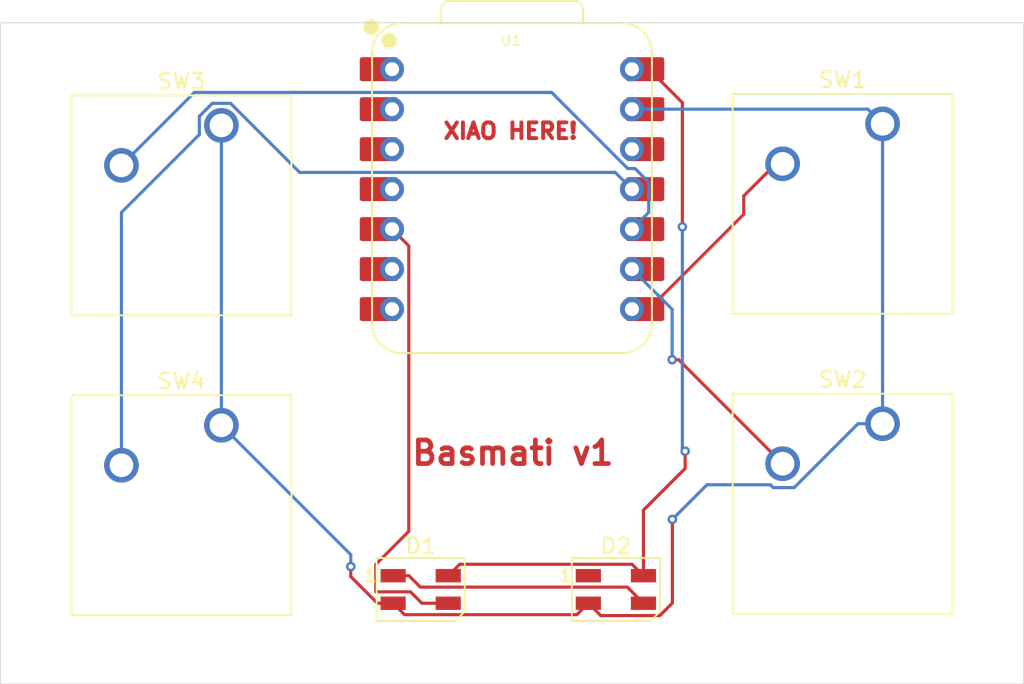
<source format=kicad_pcb>
(kicad_pcb (version 20241229) (generator "pcbnew") (generator_version "9.0")
  (layers (0 "F.Cu" signal) (2 "B.Cu" signal) (13 "F.Paste" user) (15 "B.Paste" user) (5 "F.SilkS" user "F.Silkscreen") (7 "B.SilkS" user "B.Silkscreen") (1 "F.Mask" user) (3 "B.Mask" user) (25 "Edge.Cuts" user))
  (net 0 "")
  (net 1 "GND")
  (net 2 "+5V")
  (net 3 "Net-(D1-DIN)")
  (net 4 "Net-(D1-DOUT)")
  (net 6 "Net-(U1-GPIO3{slash}MOSI)")
  (net 7 "Net-(U1-GPIO1{slash}RX)")
  (net 8 "Net-(U1-GPIO2{slash}SCK)")
  (net 9 "Net-(U1-GPIO4{slash}MISO)")
  (footprint "LED_SMD:LED_SK6812MINI_PLCC4_3.5x3.5mm_P1.75mm" (layer "F.Cu") (at 166.272 125.09575)
    (property "Reference" "D2" (at 0 -2.75 0) (layer "F.SilkS"))
    (property "Value" "SK6812MINI")
    (fp_line (start -2.8 -2) (end -2.8 2) (stroke (width 0.12)) (layer "F.SilkS"))
    (fp_line (start -2.8 -2) (end 2.8 -2) (stroke (width 0.12)) (layer "F.SilkS"))
    (fp_line (start -2.8 2) (end 2.2 2) (stroke (width 0.12)) (layer "F.SilkS"))
    (fp_line (start 2.8 1.4) (end 2.2 2) (stroke (width 0.12)) (layer "F.SilkS"))
    (fp_line (start 2.8 1.4) (end 2.8 -2) (stroke (width 0.12)) (layer "F.SilkS"))
    (fp_text user "1" (at -3.2 -0.875 0) (layer "F.SilkS") (effects (font (size 0.8 0.8))))
    (pad "1" smd rect (at -1.75 -0.875) (size 1.6 0.85) (layers "F.Cu" "F.Mask" "F.Paste"))
    (pad "2" smd rect (at -1.75 0.875) (size 1.6 0.85) (layers "F.Cu" "F.Mask" "F.Paste") (net 1 "GND"))
    (pad "3" smd rect (at 1.75 0.875) (size 1.6 0.85) (layers "F.Cu" "F.Mask" "F.Paste") (net 4 "Net-(D1-DOUT)"))
    (pad "4" smd rect (at 1.75 -0.875) (size 1.6 0.85) (layers "F.Cu" "F.Mask" "F.Paste") (net 2 "+5V"))
  )
  (footprint "OPL:XIAO-RP2040-DIP" (layer "F.Cu") (at 159.672 99.66425)
    (property "Reference" "U1" (at -0.062 -9.44425 0) (layer "F.SilkS") (effects (font (size 0.635 0.635) (thickness 0.1016))))
    (property "Value" "XIAO-RP2040-DIP")
    (fp_line (start -8.89 8.509) (end -8.89 -8.636) (stroke (width 0.127)) (layer "F.SilkS"))
    (fp_line (start -6.985 10.414) (end 6.985 10.414) (stroke (width 0.127)) (layer "F.SilkS"))
    (fp_line (start -4.495 -10.541) (end -4.491272 -11.451272) (stroke (width 0.127)) (layer "F.SilkS"))
    (fp_line (start -3.991272 -11.951) (end 4.004 -11.951) (stroke (width 0.127)) (layer "F.SilkS"))
    (fp_line (start 4.504 -11.451) (end 4.504 -10.541) (stroke (width 0.127)) (layer "F.SilkS"))
    (fp_line (start 6.985 -10.541) (end -6.985 -10.541) (stroke (width 0.1)) (layer "F.SilkS"))
    (fp_line (start 6.985 -10.541) (end -6.985 -10.541) (stroke (width 0.127)) (layer "F.SilkS"))
    (fp_line (start 8.89 8.509) (end 8.89 -8.636) (stroke (width 0.127)) (layer "F.SilkS"))
    (fp_arc (start -8.89 -8.636) (mid -8.332038 -9.983038) (end -6.985 -10.541) (stroke (width 0.127)) (layer "F.SilkS"))
    (fp_arc (start -6.985 10.414) (mid -8.332038 9.856038) (end -8.89 8.509) (stroke (width 0.127)) (layer "F.SilkS"))
    (fp_arc (start -4.491272 -11.451272) (mid -4.344724 -11.804644) (end -3.991272 -11.951) (stroke (width 0.127)) (layer "F.SilkS"))
    (fp_arc (start 4.004 -11.951) (mid 4.357553 -11.804553) (end 4.504 -11.451) (stroke (width 0.127)) (layer "F.SilkS"))
    (fp_arc (start 6.985 -10.541) (mid 8.332038 -9.983038) (end 8.89 -8.636) (stroke (width 0.127)) (layer "F.SilkS"))
    (fp_arc (start 8.89 8.509) (mid 8.332038 9.856038) (end 6.985 10.414) (stroke (width 0.127)) (layer "F.SilkS"))
    (fp_circle (center -8.95 -10.3) (end -8.95 -10.554) (stroke (width 0.5)) (fill yes) (layer "F.SilkS"))
    (fp_circle (center -7.807 -9.42) (end -7.807 -9.674) (stroke (width 0.5)) (fill yes) (layer "F.SilkS"))
    (pad "1" smd roundrect (at -8.455 -7.62 180) (size 2.432 1.524) (layers "F.Cu" "F.Mask") (roundrect_rratio 0.1))
    (pad "1" thru_hole circle (at -7.62 -7.62 180) (size 1.524 1.524) (drill 0.889) (layers "*.Cu" "*.Mask"))
    (pad "2" smd roundrect (at -8.455 -5.08 180) (size 2.432 1.524) (layers "F.Cu" "F.Mask") (roundrect_rratio 0.1))
    (pad "2" thru_hole circle (at -7.62 -5.08 180) (size 1.524 1.524) (drill 0.889) (layers "*.Cu" "*.Mask"))
    (pad "3" smd roundrect (at -8.455 -2.54 180) (size 2.432 1.524) (layers "F.Cu" "F.Mask") (roundrect_rratio 0.1))
    (pad "3" thru_hole circle (at -7.62 -2.54 180) (size 1.524 1.524) (drill 0.889) (layers "*.Cu" "*.Mask"))
    (pad "4" smd roundrect (at -8.455 0 180) (size 2.432 1.524) (layers "F.Cu" "F.Mask") (roundrect_rratio 0.1))
    (pad "4" thru_hole circle (at -7.62 0 180) (size 1.524 1.524) (drill 0.889) (layers "*.Cu" "*.Mask"))
    (pad "5" smd roundrect (at -8.455 2.54 180) (size 2.432 1.524) (layers "F.Cu" "F.Mask") (roundrect_rratio 0.1) (net 3 "Net-(D1-DIN)"))
    (pad "5" thru_hole circle (at -7.62 2.54 180) (size 1.524 1.524) (drill 0.889) (layers "*.Cu" "*.Mask") (net 3 "Net-(D1-DIN)"))
    (pad "6" smd roundrect (at -8.455 5.08 180) (size 2.432 1.524) (layers "F.Cu" "F.Mask") (roundrect_rratio 0.1))
    (pad "6" thru_hole circle (at -7.62 5.08 180) (size 1.524 1.524) (drill 0.889) (layers "*.Cu" "*.Mask"))
    (pad "7" smd roundrect (at -8.455 7.62 180) (size 2.432 1.524) (layers "F.Cu" "F.Mask") (roundrect_rratio 0.1))
    (pad "7" thru_hole circle (at -7.62 7.62 180) (size 1.524 1.524) (drill 0.889) (layers "*.Cu" "*.Mask"))
    (pad "8" thru_hole circle (at 7.62 7.62) (size 1.524 1.524) (drill 0.889) (layers "*.Cu" "*.Mask") (net 7 "Net-(U1-GPIO1{slash}RX)"))
    (pad "8" smd roundrect (at 8.455 7.62) (size 2.432 1.524) (layers "F.Cu" "F.Mask") (roundrect_rratio 0.1) (net 7 "Net-(U1-GPIO1{slash}RX)"))
    (pad "9" thru_hole circle (at 7.62 5.08) (size 1.524 1.524) (drill 0.889) (layers "*.Cu" "*.Mask") (net 8 "Net-(U1-GPIO2{slash}SCK)"))
    (pad "9" smd roundrect (at 8.455 5.08) (size 2.432 1.524) (layers "F.Cu" "F.Mask") (roundrect_rratio 0.1) (net 8 "Net-(U1-GPIO2{slash}SCK)"))
    (pad "10" thru_hole circle (at 7.62 2.54) (size 1.524 1.524) (drill 0.889) (layers "*.Cu" "*.Mask") (net 9 "Net-(U1-GPIO4{slash}MISO)"))
    (pad "10" smd roundrect (at 8.455 2.54) (size 2.432 1.524) (layers "F.Cu" "F.Mask") (roundrect_rratio 0.1) (net 9 "Net-(U1-GPIO4{slash}MISO)"))
    (pad "11" thru_hole circle (at 7.62 0) (size 1.524 1.524) (drill 0.889) (layers "*.Cu" "*.Mask") (net 6 "Net-(U1-GPIO3{slash}MOSI)"))
    (pad "11" smd roundrect (at 8.455 0) (size 2.432 1.524) (layers "F.Cu" "F.Mask") (roundrect_rratio 0.1) (net 6 "Net-(U1-GPIO3{slash}MOSI)"))
    (pad "12" thru_hole circle (at 7.62 -2.54) (size 1.524 1.524) (drill 0.889) (layers "*.Cu" "*.Mask"))
    (pad "12" smd roundrect (at 8.455 -2.54) (size 2.432 1.524) (layers "F.Cu" "F.Mask") (roundrect_rratio 0.1))
    (pad "13" thru_hole circle (at 7.62 -5.08) (size 1.524 1.524) (drill 0.889) (layers "*.Cu" "*.Mask") (net 1 "GND"))
    (pad "13" smd roundrect (at 8.455 -5.08) (size 2.432 1.524) (layers "F.Cu" "F.Mask") (roundrect_rratio 0.1) (net 1 "GND"))
    (pad "14" thru_hole circle (at 7.62 -7.62) (size 1.524 1.524) (drill 0.889) (layers "*.Cu" "*.Mask") (net 2 "+5V"))
    (pad "14" smd roundrect (at 8.455 -7.62) (size 2.432 1.524) (layers "F.Cu" "F.Mask") (roundrect_rratio 0.1) (net 2 "+5V"))
  )
  (footprint "Button_Switch_Keyboard:SW_Cherry_MX_1.00u_PCB" (layer "F.Cu") (at 183.212 95.51575)
    (property "Reference" "SW1" (at -2.54 -2.794 0) (layer "F.SilkS"))
    (property "Value" "SW_Push")
    (fp_line (start -9.525 -1.905) (end 4.445 -1.905) (stroke (width 0.12)) (layer "F.SilkS"))
    (fp_line (start -9.525 12.065) (end -9.525 -1.905) (stroke (width 0.12)) (layer "F.SilkS"))
    (fp_line (start 4.445 -1.905) (end 4.445 12.065) (stroke (width 0.12)) (layer "F.SilkS"))
    (fp_line (start 4.445 12.065) (end -9.525 12.065) (stroke (width 0.12)) (layer "F.SilkS"))
    (pad "" np_thru_hole circle (at -7.62 5.08) (size 1.7 1.7) (drill 1.7) (layers "*.Cu" "*.Mask"))
    (pad "" np_thru_hole circle (at -2.54 5.08) (size 4 4) (drill 4) (layers "*.Cu" "*.Mask"))
    (pad "" np_thru_hole circle (at 2.54 5.08) (size 1.7 1.7) (drill 1.7) (layers "*.Cu" "*.Mask"))
    (pad "1" thru_hole circle (at 0 0) (size 2.2 2.2) (drill 1.5) (layers "*.Cu" "*.Mask") (net 1 "GND"))
    (pad "2" thru_hole circle (at -6.35 2.54) (size 2.2 2.2) (drill 1.5) (layers "*.Cu" "*.Mask") (net 7 "Net-(U1-GPIO1{slash}RX)"))
  )
  (footprint "Button_Switch_Keyboard:SW_Cherry_MX_1.00u_PCB" (layer "F.Cu") (at 183.212 114.56575)
    (property "Reference" "SW2" (at -2.54 -2.794 0) (layer "F.SilkS"))
    (property "Value" "SW_Push")
    (fp_line (start -9.525 -1.905) (end 4.445 -1.905) (stroke (width 0.12)) (layer "F.SilkS"))
    (fp_line (start -9.525 12.065) (end -9.525 -1.905) (stroke (width 0.12)) (layer "F.SilkS"))
    (fp_line (start 4.445 -1.905) (end 4.445 12.065) (stroke (width 0.12)) (layer "F.SilkS"))
    (fp_line (start 4.445 12.065) (end -9.525 12.065) (stroke (width 0.12)) (layer "F.SilkS"))
    (pad "" np_thru_hole circle (at -7.62 5.08) (size 1.7 1.7) (drill 1.7) (layers "*.Cu" "*.Mask"))
    (pad "" np_thru_hole circle (at -2.54 5.08) (size 4 4) (drill 4) (layers "*.Cu" "*.Mask"))
    (pad "" np_thru_hole circle (at 2.54 5.08) (size 1.7 1.7) (drill 1.7) (layers "*.Cu" "*.Mask"))
    (pad "1" thru_hole circle (at 0 0) (size 2.2 2.2) (drill 1.5) (layers "*.Cu" "*.Mask") (net 1 "GND"))
    (pad "2" thru_hole circle (at -6.35 2.54) (size 2.2 2.2) (drill 1.5) (layers "*.Cu" "*.Mask") (net 8 "Net-(U1-GPIO2{slash}SCK)"))
  )
  (footprint "Button_Switch_Keyboard:SW_Cherry_MX_1.00u_PCB" (layer "F.Cu") (at 141.212 114.66575)
    (property "Reference" "SW4" (at -2.54 -2.794 0) (layer "F.SilkS"))
    (property "Value" "SW_Push")
    (fp_line (start -9.525 -1.905) (end 4.445 -1.905) (stroke (width 0.12)) (layer "F.SilkS"))
    (fp_line (start -9.525 12.065) (end -9.525 -1.905) (stroke (width 0.12)) (layer "F.SilkS"))
    (fp_line (start 4.445 -1.905) (end 4.445 12.065) (stroke (width 0.12)) (layer "F.SilkS"))
    (fp_line (start 4.445 12.065) (end -9.525 12.065) (stroke (width 0.12)) (layer "F.SilkS"))
    (pad "" np_thru_hole circle (at -7.62 5.08) (size 1.7 1.7) (drill 1.7) (layers "*.Cu" "*.Mask"))
    (pad "" np_thru_hole circle (at -2.54 5.08) (size 4 4) (drill 4) (layers "*.Cu" "*.Mask"))
    (pad "" np_thru_hole circle (at 2.54 5.08) (size 1.7 1.7) (drill 1.7) (layers "*.Cu" "*.Mask"))
    (pad "1" thru_hole circle (at 0 0) (size 2.2 2.2) (drill 1.5) (layers "*.Cu" "*.Mask") (net 1 "GND"))
    (pad "2" thru_hole circle (at -6.35 2.54) (size 2.2 2.2) (drill 1.5) (layers "*.Cu" "*.Mask") (net 6 "Net-(U1-GPIO3{slash}MOSI)"))
  )
  (footprint "LED_SMD:LED_SK6812MINI_PLCC4_3.5x3.5mm_P1.75mm" (layer "F.Cu") (at 153.872 125.09575)
    (property "Reference" "D1" (at 0 -2.75 0) (layer "F.SilkS"))
    (property "Value" "SK6812MINI")
    (fp_line (start -2.8 -2) (end -2.8 2) (stroke (width 0.12)) (layer "F.SilkS"))
    (fp_line (start -2.8 -2) (end 2.8 -2) (stroke (width 0.12)) (layer "F.SilkS"))
    (fp_line (start -2.8 2) (end 2.2 2) (stroke (width 0.12)) (layer "F.SilkS"))
    (fp_line (start 2.8 1.4) (end 2.2 2) (stroke (width 0.12)) (layer "F.SilkS"))
    (fp_line (start 2.8 1.4) (end 2.8 -2) (stroke (width 0.12)) (layer "F.SilkS"))
    (fp_text user "1" (at -3.2 -0.875 0) (layer "F.SilkS") (effects (font (size 0.8 0.8))))
    (pad "1" smd rect (at -1.75 -0.875) (size 1.6 0.85) (layers "F.Cu" "F.Mask" "F.Paste") (net 4 "Net-(D1-DOUT)"))
    (pad "2" smd rect (at -1.75 0.875) (size 1.6 0.85) (layers "F.Cu" "F.Mask" "F.Paste") (net 1 "GND"))
    (pad "3" smd rect (at 1.75 0.875) (size 1.6 0.85) (layers "F.Cu" "F.Mask" "F.Paste") (net 3 "Net-(D1-DIN)"))
    (pad "4" smd rect (at 1.75 -0.875) (size 1.6 0.85) (layers "F.Cu" "F.Mask" "F.Paste") (net 2 "+5V"))
  )
  (footprint "Button_Switch_Keyboard:SW_Cherry_MX_1.00u_PCB" (layer "F.Cu") (at 141.212 95.61575)
    (property "Reference" "SW3" (at -2.54 -2.794 0) (layer "F.SilkS"))
    (property "Value" "SW_Push")
    (fp_line (start -9.525 -1.905) (end 4.445 -1.905) (stroke (width 0.12)) (layer "F.SilkS"))
    (fp_line (start -9.525 12.065) (end -9.525 -1.905) (stroke (width 0.12)) (layer "F.SilkS"))
    (fp_line (start 4.445 -1.905) (end 4.445 12.065) (stroke (width 0.12)) (layer "F.SilkS"))
    (fp_line (start 4.445 12.065) (end -9.525 12.065) (stroke (width 0.12)) (layer "F.SilkS"))
    (pad "" np_thru_hole circle (at -7.62 5.08) (size 1.7 1.7) (drill 1.7) (layers "*.Cu" "*.Mask"))
    (pad "" np_thru_hole circle (at -2.54 5.08) (size 4 4) (drill 4) (layers "*.Cu" "*.Mask"))
    (pad "" np_thru_hole circle (at 2.54 5.08) (size 1.7 1.7) (drill 1.7) (layers "*.Cu" "*.Mask"))
    (pad "1" thru_hole circle (at 0 0) (size 2.2 2.2) (drill 1.5) (layers "*.Cu" "*.Mask") (net 1 "GND"))
    (pad "2" thru_hole circle (at -6.35 2.54) (size 2.2 2.2) (drill 1.5) (layers "*.Cu" "*.Mask") (net 9 "Net-(U1-GPIO4{slash}MISO)"))
  )
  (gr_rect (start 127.172 89.09575) (end 192.172 131.09575) (stroke (width 0.05)) (fill no) (layer "Edge.Cuts"))
  (gr_text "Basmati v1" (at 153.172 117.29575 0) (layer "F.Cu") (effects (font (size 1.5 1.5) (thickness 0.3) (bold yes)) (justify left bottom)))
  (gr_text "XIAO HERE!" (at 155.2 96.56 0) (layer "F.Cu") (effects (font (size 1 1) (thickness 0.25) (bold yes)) (justify left bottom)))
  (segment (start 149.43 124.27875) (end 149.43 123.64) (width 0.2) (layer "F.Cu") (net 1))
  (segment (start 152.122 125.97075) (end 151.122 125.97075) (width 0.2) (layer "F.Cu") (net 1))
  (segment (start 163.797 126.69575) (end 152.847 126.69575) (width 0.2) (layer "F.Cu") (net 1))
  (segment (start 169.86 120.645) (end 169.86 125.95775) (width 0.2) (layer "F.Cu") (net 1))
  (segment (start 165.30625 126.755) (end 164.522 125.97075) (width 0.2) (layer "F.Cu") (net 1))
  (segment (start 152.847 126.69575) (end 152.122 125.97075) (width 0.2) (layer "F.Cu") (net 1))
  (segment (start 169.06275 126.755) (end 165.30625 126.755) (width 0.2) (layer "F.Cu") (net 1))
  (segment (start 169.86 125.95775) (end 169.06275 126.755) (width 0.2) (layer "F.Cu") (net 1))
  (segment (start 151.122 125.97075) (end 149.43 124.27875) (width 0.2) (layer "F.Cu") (net 1))
  (segment (start 164.522 125.97075) (end 163.797 126.69575) (width 0.2) (layer "F.Cu") (net 1))
  (via (at 169.86 120.645) (size 0.6) (drill 0.3) (layers "F.Cu" "B.Cu") (net 1))
  (via (at 149.43 123.64) (size 0.6) (drill 0.3) (layers "F.Cu" "B.Cu") (net 1))
  (segment (start 183.212 95.51575) (end 183.212 114.56575) (width 0.2) (layer "B.Cu") (net 1))
  (segment (start 172.12425 118.44575) (end 172.05925 118.44575) (width 0.2) (layer "B.Cu") (net 1))
  (segment (start 182.2805 94.58425) (end 183.212 95.51575) (width 0.2) (layer "B.Cu") (net 1))
  (segment (start 177.597116 118.625) (end 176.268306 118.625) (width 0.2) (layer "B.Cu") (net 1))
  (segment (start 149.43 122.88375) (end 141.212 114.66575) (width 0.2) (layer "B.Cu") (net 1))
  (segment (start 176.089056 118.44575) (end 172.12425 118.44575) (width 0.2) (layer "B.Cu") (net 1))
  (segment (start 183.212 114.56575) (end 181.656366 114.56575) (width 0.2) (layer "B.Cu") (net 1))
  (segment (start 149.43 123.64) (end 149.43 122.88375) (width 0.2) (layer "B.Cu") (net 1))
  (segment (start 176.268306 118.625) (end 176.089056 118.44575) (width 0.2) (layer "B.Cu") (net 1))
  (segment (start 172.05925 118.44575) (end 169.86 120.645) (width 0.2) (layer "B.Cu") (net 1))
  (segment (start 141.212 114.66575) (end 141.212 95.61575) (width 0.2) (layer "B.Cu") (net 1))
  (segment (start 181.656366 114.56575) (end 177.597116 118.625) (width 0.2) (layer "B.Cu") (net 1))
  (segment (start 167.292 94.58425) (end 182.2805 94.58425) (width 0.2) (layer "B.Cu") (net 1))
  (segment (start 156.347 123.49575) (end 155.622 124.22075) (width 0.2) (layer "F.Cu") (net 2))
  (segment (start 170.495 94.16962) (end 170.495 102.06) (width 0.2) (layer "F.Cu") (net 2))
  (segment (start 170.67 116.31) (end 170.67 117.41) (width 0.2) (layer "F.Cu") (net 2))
  (segment (start 168.022 124.22075) (end 167.297 123.49575) (width 0.2) (layer "F.Cu") (net 2))
  (segment (start 167.292 92.04425) (end 168.36963 92.04425) (width 0.2) (layer "F.Cu") (net 2))
  (segment (start 168.022 120.058) (end 168.022 124.22075) (width 0.2) (layer "F.Cu") (net 2))
  (segment (start 167.297 123.49575) (end 156.347 123.49575) (width 0.2) (layer "F.Cu") (net 2))
  (segment (start 170.67 117.41) (end 168.022 120.058) (width 0.2) (layer "F.Cu") (net 2))
  (segment (start 168.36963 92.04425) (end 170.495 94.16962) (width 0.2) (layer "F.Cu") (net 2))
  (via (at 170.495 102.06) (size 0.6) (drill 0.3) (layers "F.Cu" "B.Cu") (net 2))
  (via (at 170.67 116.31) (size 0.6) (drill 0.3) (layers "F.Cu" "B.Cu") (net 2))
  (segment (start 170.495 102.06) (end 170.495 116.135) (width 0.2) (layer "B.Cu") (net 2))
  (segment (start 170.495 116.135) (end 170.67 116.31) (width 0.2) (layer "B.Cu") (net 2))
  (segment (start 153.222 125.24575) (end 153.947 125.97075) (width 0.2) (layer "F.Cu") (net 3))
  (segment (start 151.022 125.24575) (end 153.222 125.24575) (width 0.2) (layer "F.Cu") (net 3))
  (segment (start 153.114 121.40375) (end 151.022 123.49575) (width 0.2) (layer "F.Cu") (net 3))
  (segment (start 152.052 102.20425) (end 153.114 103.26625) (width 0.2) (layer "F.Cu") (net 3))
  (segment (start 153.947 125.97075) (end 155.622 125.97075) (width 0.2) (layer "F.Cu") (net 3))
  (segment (start 153.114 103.26625) (end 153.114 121.40375) (width 0.2) (layer "F.Cu") (net 3))
  (segment (start 151.022 123.49575) (end 151.022 125.24575) (width 0.2) (layer "F.Cu") (net 3))
  (segment (start 153.847 124.94575) (end 153.122 124.22075) (width 0.2) (layer "F.Cu") (net 4))
  (segment (start 166.997 124.94575) (end 153.847 124.94575) (width 0.2) (layer "F.Cu") (net 4))
  (segment (start 153.122 124.22075) (end 152.122 124.22075) (width 0.2) (layer "F.Cu") (net 4))
  (segment (start 168.022 125.97075) (end 166.997 124.94575) (width 0.2) (layer "F.Cu") (net 4))
  (segment (start 167.292 99.66425) (end 168.36963 99.66425) (width 0.2) (layer "F.Cu") (net 6))
  (segment (start 139.812 96.195649) (end 134.862 101.145649) (width 0.2) (layer "B.Cu") (net 6))
  (segment (start 167.292 99.66425) (end 166.23 98.60225) (width 0.2) (layer "B.Cu") (net 6))
  (segment (start 139.812 95.035851) (end 139.812 96.195649) (width 0.2) (layer "B.Cu") (net 6))
  (segment (start 134.862 101.145649) (end 134.862 117.20575) (width 0.2) (layer "B.Cu") (net 6))
  (segment (start 140.632101 94.21575) (end 139.812 95.035851) (width 0.2) (layer "B.Cu") (net 6))
  (segment (start 141.791899 94.21575) (end 140.632101 94.21575) (width 0.2) (layer "B.Cu") (net 6))
  (segment (start 146.178399 98.60225) (end 141.791899 94.21575) (width 0.2) (layer "B.Cu") (net 6))
  (segment (start 166.23 98.60225) (end 146.178399 98.60225) (width 0.2) (layer "B.Cu") (net 6))
  (segment (start 168.36963 107.28425) (end 174.392 101.26188) (width 0.2) (layer "F.Cu") (net 7))
  (segment (start 174.392 100.098694) (end 176.434944 98.05575) (width 0.2) (layer "F.Cu") (net 7))
  (segment (start 176.434944 98.05575) (end 176.862 98.05575) (width 0.2) (layer "F.Cu") (net 7))
  (segment (start 167.292 107.28425) (end 168.36963 107.28425) (width 0.2) (layer "F.Cu") (net 7))
  (segment (start 174.392 101.26188) (end 174.392 100.098694) (width 0.2) (layer "F.Cu") (net 7))
  (segment (start 176.862 117.10575) (end 170.257143 110.500893) (width 0.2) (layer "F.Cu") (net 8))
  (segment (start 170.257143 110.500893) (end 169.845 110.500893) (width 0.2) (layer "F.Cu") (net 8))
  (via (at 169.845 110.500893) (size 0.6) (drill 0.3) (layers "F.Cu" "B.Cu") (net 8))
  (segment (start 167.292 104.74425) (end 169.845 107.29725) (width 0.2) (layer "B.Cu") (net 8))
  (segment (start 169.845 107.29725) (end 169.845 110.500893) (width 0.2) (layer "B.Cu") (net 8))
  (segment (start 135.002 98.29575) (end 134.862 98.15575) (width 0.2) (layer "F.Cu") (net 9))
  (segment (start 167.484645 98.355) (end 168.355 99.225355) (width 0.2) (layer "B.Cu") (net 9))
  (segment (start 162.188105 93.52225) (end 167.020855 98.355) (width 0.2) (layer "B.Cu") (net 9))
  (segment (start 139.4955 93.52225) (end 162.188105 93.52225) (width 0.2) (layer "B.Cu") (net 9))
  (segment (start 167.020855 98.355) (end 167.484645 98.355) (width 0.2) (layer "B.Cu") (net 9))
  (segment (start 168.355 99.225355) (end 168.355 101.14125) (width 0.2) (layer "B.Cu") (net 9))
  (segment (start 168.355 101.14125) (end 167.292 102.20425) (width 0.2) (layer "B.Cu") (net 9))
  (segment (start 134.862 98.15575) (end 139.4955 93.52225) (width 0.2) (layer "B.Cu") (net 9))
)
</source>
